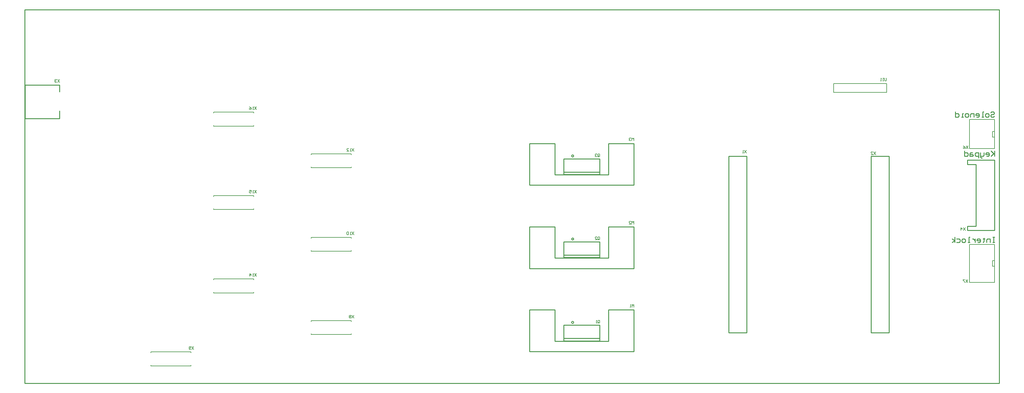
<source format=gbo>
G04 Layer_Color=32896*
%FSLAX43Y43*%
%MOMM*%
G71*
G01*
G75*
%ADD33C,0.150*%
%ADD34C,0.200*%
%ADD37C,0.254*%
D33*
X271400Y28975D02*
Y39950D01*
Y28975D02*
X278600D01*
Y39950D01*
X271400D02*
X278600D01*
X278025Y35285D02*
X278575D01*
X278025Y33660D02*
Y35285D01*
Y33660D02*
X278600D01*
X278025Y70860D02*
X278600D01*
X278025D02*
Y72485D01*
X278575D01*
X271400Y75950D02*
X278600D01*
Y67500D02*
Y75950D01*
X271400Y67500D02*
X278600D01*
X271400D02*
Y75950D01*
X164667Y65333D02*
Y65866D01*
X164800Y66000D01*
X165067D01*
X165200Y65866D01*
Y65333D01*
X165067Y65200D01*
X164800D01*
X164933Y65467D02*
X164667Y65200D01*
X164800D02*
X164667Y65333D01*
X164400Y65866D02*
X164267Y66000D01*
X164000D01*
X163867Y65866D01*
Y65733D01*
X164000Y65600D01*
X164134D01*
X164000D01*
X163867Y65467D01*
Y65333D01*
X164000Y65200D01*
X164267D01*
X164400Y65333D01*
X94525Y19563D02*
X93992Y18763D01*
Y19563D02*
X94525Y18763D01*
X93725Y19430D02*
X93592Y19563D01*
X93325D01*
X93192Y19430D01*
Y19296D01*
X93325Y19163D01*
X93192Y19030D01*
Y18896D01*
X93325Y18763D01*
X93592D01*
X93725Y18896D01*
Y19030D01*
X93592Y19163D01*
X93725Y19296D01*
Y19430D01*
X93592Y19163D02*
X93325D01*
X48525Y10546D02*
X47992Y9746D01*
Y10546D02*
X48525Y9746D01*
X47726Y9879D02*
X47592Y9746D01*
X47326D01*
X47193Y9879D01*
Y10413D01*
X47326Y10546D01*
X47592D01*
X47726Y10413D01*
Y10279D01*
X47592Y10146D01*
X47193D01*
X247581Y87824D02*
Y87158D01*
X247448Y87024D01*
X247181D01*
X247048Y87158D01*
Y87824D01*
X246781Y87024D02*
X246515D01*
X246648D01*
Y87824D01*
X246781Y87691D01*
X246115Y87024D02*
X245848D01*
X245982D01*
Y87824D01*
X246115Y87691D01*
X244460Y66600D02*
X243927Y65800D01*
Y66600D02*
X244460Y65800D01*
X243127D02*
X243660D01*
X243127Y66333D01*
Y66466D01*
X243260Y66600D01*
X243527D01*
X243660Y66466D01*
X270900Y29800D02*
X270367Y29000D01*
Y29800D02*
X270900Y29000D01*
X270100Y29800D02*
X269567D01*
Y29666D01*
X270100Y29133D01*
Y29000D01*
X271000Y68300D02*
X270467Y67500D01*
Y68300D02*
X271000Y67500D01*
X269667Y68300D02*
X269934Y68166D01*
X270200Y67900D01*
Y67633D01*
X270067Y67500D01*
X269800D01*
X269667Y67633D01*
Y67767D01*
X269800Y67900D01*
X270200D01*
X174974Y21897D02*
Y22697D01*
X174707Y22430D01*
X174440Y22697D01*
Y21897D01*
X174174D02*
X173907D01*
X174041D01*
Y22697D01*
X174174Y22563D01*
X9978Y87415D02*
X9445Y86615D01*
Y87415D02*
X9978Y86615D01*
X9178Y87281D02*
X9045Y87415D01*
X8779D01*
X8645Y87281D01*
Y87148D01*
X8779Y87015D01*
X8912D01*
X8779D01*
X8645Y86882D01*
Y86748D01*
X8779Y86615D01*
X9045D01*
X9178Y86748D01*
X270200Y44800D02*
X269667Y44000D01*
Y44800D02*
X270200Y44000D01*
X269000D02*
Y44800D01*
X269400Y44400D01*
X268867D01*
X66534Y79558D02*
X66001Y78758D01*
Y79558D02*
X66534Y78758D01*
X65734D02*
X65468D01*
X65601D01*
Y79558D01*
X65734Y79424D01*
X64535Y79558D02*
X64801Y79424D01*
X65068Y79158D01*
Y78891D01*
X64935Y78758D01*
X64668D01*
X64535Y78891D01*
Y79025D01*
X64668Y79158D01*
X65068D01*
X66534Y55555D02*
X66001Y54755D01*
Y55555D02*
X66534Y54755D01*
X65734D02*
X65468D01*
X65601D01*
Y55555D01*
X65734Y55421D01*
X64535Y55555D02*
X65068D01*
Y55155D01*
X64801Y55288D01*
X64668D01*
X64535Y55155D01*
Y54888D01*
X64668Y54755D01*
X64935D01*
X65068Y54888D01*
X66534Y31552D02*
X66001Y30752D01*
Y31552D02*
X66534Y30752D01*
X65734D02*
X65468D01*
X65601D01*
Y31552D01*
X65734Y31418D01*
X64668Y30752D02*
Y31552D01*
X65068Y31152D01*
X64535D01*
X94525Y67569D02*
X93992Y66769D01*
Y67569D02*
X94525Y66769D01*
X93725D02*
X93458D01*
X93592D01*
Y67569D01*
X93725Y67436D01*
X92525Y66769D02*
X93059D01*
X92525Y67302D01*
Y67436D01*
X92659Y67569D01*
X92925D01*
X93059Y67436D01*
X94525Y43566D02*
X93992Y42766D01*
Y43566D02*
X94525Y42766D01*
X93725D02*
X93458D01*
X93592D01*
Y43566D01*
X93725Y43433D01*
X93059D02*
X92925Y43566D01*
X92659D01*
X92525Y43433D01*
Y42899D01*
X92659Y42766D01*
X92925D01*
X93059Y42899D01*
Y43433D01*
X174966Y69792D02*
Y70592D01*
X174699Y70325D01*
X174432Y70592D01*
Y69792D01*
X174166Y70458D02*
X174033Y70592D01*
X173766D01*
X173633Y70458D01*
Y70325D01*
X173766Y70192D01*
X173899D01*
X173766D01*
X173633Y70058D01*
Y69925D01*
X173766Y69792D01*
X174033D01*
X174166Y69925D01*
X174966Y45789D02*
Y46589D01*
X174699Y46322D01*
X174432Y46589D01*
Y45789D01*
X173633D02*
X174166D01*
X173633Y46322D01*
Y46455D01*
X173766Y46589D01*
X174033D01*
X174166Y46455D01*
X164667Y17433D02*
Y17966D01*
X164800Y18100D01*
X165067D01*
X165200Y17966D01*
Y17433D01*
X165067Y17300D01*
X164800D01*
X164933Y17567D02*
X164667Y17300D01*
X164800D02*
X164667Y17433D01*
X164400Y17300D02*
X164134D01*
X164267D01*
Y18100D01*
X164400Y17966D01*
X164667Y41433D02*
Y41966D01*
X164800Y42100D01*
X165067D01*
X165200Y41966D01*
Y41433D01*
X165067Y41300D01*
X164800D01*
X164933Y41567D02*
X164667Y41300D01*
X164800D02*
X164667Y41433D01*
X163867Y41300D02*
X164400D01*
X163867Y41833D01*
Y41966D01*
X164000Y42100D01*
X164267D01*
X164400Y41966D01*
X207307Y67046D02*
X206773Y66246D01*
Y67046D02*
X207307Y66246D01*
X206507D02*
X206240D01*
X206373D01*
Y67046D01*
X206507Y66913D01*
D34*
X82250Y14000D02*
X93750D01*
Y14250D01*
X82250Y14000D02*
Y14250D01*
X93750Y17750D02*
Y18000D01*
X82250Y17750D02*
Y18000D01*
X93750D01*
X36250Y9000D02*
X47750D01*
X36250Y8750D02*
Y9000D01*
X47750Y8750D02*
Y9000D01*
X36250Y5000D02*
Y5250D01*
X47750Y5000D02*
Y5250D01*
X36250Y5000D02*
X47750D01*
X247620Y83730D02*
Y86270D01*
X232380Y83730D02*
X247620D01*
X232380D02*
Y86270D01*
X247620D01*
X54250Y78000D02*
X65750D01*
X54250Y77750D02*
Y78000D01*
X65750Y77750D02*
Y78000D01*
X54250Y74000D02*
Y74250D01*
X65750Y74000D02*
Y74250D01*
X54250Y74000D02*
X65750D01*
X54250Y54000D02*
X65750D01*
X54250Y53750D02*
Y54000D01*
X65750Y53750D02*
Y54000D01*
X54250Y50000D02*
Y50250D01*
X65750Y50000D02*
Y50250D01*
X54250Y50000D02*
X65750D01*
X54250Y30000D02*
X65750D01*
X54250Y29750D02*
Y30000D01*
X65750Y29750D02*
Y30000D01*
X54250Y26000D02*
Y26250D01*
X65750Y26000D02*
Y26250D01*
X54250Y26000D02*
X65750D01*
X82250Y66000D02*
X93750D01*
X82250Y65750D02*
Y66000D01*
X93750Y65750D02*
Y66000D01*
X82250Y62000D02*
Y62250D01*
X93750Y62000D02*
Y62250D01*
X82250Y62000D02*
X93750D01*
X82250Y42000D02*
X93750D01*
X82250Y41750D02*
Y42000D01*
X93750Y41750D02*
Y42000D01*
X82250Y38000D02*
Y38250D01*
X93750Y38000D02*
Y38250D01*
X82250Y38000D02*
X93750D01*
D37*
X157700Y65400D02*
G03*
X157700Y65400I-300J0D01*
G01*
Y17500D02*
G03*
X157700Y17500I-300J0D01*
G01*
Y41500D02*
G03*
X157700Y41500I-300J0D01*
G01*
X154800Y60800D02*
X165200D01*
X154800Y60100D02*
Y64600D01*
X165200D01*
Y60100D02*
Y64600D01*
X154800Y60100D02*
X165200D01*
X243130Y65370D02*
X248330D01*
Y14570D02*
Y65370D01*
X243130Y14570D02*
X248330D01*
X243130D02*
Y65370D01*
X145000Y9100D02*
Y21100D01*
X152300D01*
Y12100D02*
Y21100D01*
Y12100D02*
X167700D01*
Y21100D01*
X175000D01*
Y9100D02*
Y21100D01*
X145000Y9100D02*
X175000D01*
X10000Y76175D02*
Y78375D01*
Y83875D02*
Y85825D01*
X100D02*
X10000D01*
X100Y76175D02*
Y85825D01*
Y76175D02*
X10000D01*
X270800Y44000D02*
Y45200D01*
X273300D01*
Y63000D01*
X270800D02*
X273300D01*
X270800D02*
Y64200D01*
X278600D01*
X270800Y44000D02*
X278600D01*
Y64200D01*
X145000Y57000D02*
Y69000D01*
X152300D01*
Y60000D02*
Y69000D01*
Y60000D02*
X167700D01*
Y69000D01*
X175000D01*
Y57000D02*
Y69000D01*
X145000Y57000D02*
X175000D01*
X145000Y33000D02*
Y45000D01*
X152300D01*
Y36000D02*
Y45000D01*
Y36000D02*
X167700D01*
Y45000D01*
X175000D01*
Y33000D02*
Y45000D01*
X145000Y33000D02*
X175000D01*
X154800Y12900D02*
X165200D01*
X154800Y12200D02*
Y16700D01*
X165200D01*
Y12200D02*
Y16700D01*
X154800Y12200D02*
X165200D01*
X154800Y36900D02*
X165200D01*
X154800Y36200D02*
Y40700D01*
X165200D01*
Y36200D02*
Y40700D01*
X154800Y36200D02*
X165200D01*
X202230Y14570D02*
X207430D01*
X202230D02*
Y65370D01*
X207430D01*
Y14570D02*
Y65370D01*
X278600Y66824D02*
Y65300D01*
Y65808D01*
X277584Y66824D01*
X278346Y66062D01*
X277584Y65300D01*
X276315D02*
X276823D01*
X277076Y65554D01*
Y66062D01*
X276823Y66316D01*
X276315D01*
X276061Y66062D01*
Y65808D01*
X277076D01*
X275553Y66316D02*
Y65554D01*
X275299Y65300D01*
X274537D01*
Y65046D01*
X274791Y64792D01*
X275045D01*
X274537Y65300D02*
Y66316D01*
X274029Y64792D02*
Y66316D01*
X273268D01*
X273014Y66062D01*
Y65554D01*
X273268Y65300D01*
X274029D01*
X272252Y66316D02*
X271744D01*
X271490Y66062D01*
Y65300D01*
X272252D01*
X272506Y65554D01*
X272252Y65808D01*
X271490D01*
X269967Y66824D02*
Y65300D01*
X270729D01*
X270982Y65554D01*
Y66062D01*
X270729Y66316D01*
X269967D01*
X278600Y42024D02*
X278092D01*
X278346D01*
Y40500D01*
X278600D01*
X278092D01*
X277330D02*
Y41516D01*
X276569D01*
X276315Y41262D01*
Y40500D01*
X275553Y41770D02*
Y41516D01*
X275807D01*
X275299D01*
X275553D01*
Y40754D01*
X275299Y40500D01*
X273776D02*
X274283D01*
X274537Y40754D01*
Y41262D01*
X274283Y41516D01*
X273776D01*
X273522Y41262D01*
Y41008D01*
X274537D01*
X273014Y41516D02*
Y40500D01*
Y41008D01*
X272760Y41262D01*
X272506Y41516D01*
X272252D01*
X271490Y40500D02*
X270982D01*
X271236D01*
Y42024D01*
X271490D01*
X269967Y40500D02*
X269459D01*
X269205Y40754D01*
Y41262D01*
X269459Y41516D01*
X269967D01*
X270221Y41262D01*
Y40754D01*
X269967Y40500D01*
X267682Y41516D02*
X268443D01*
X268697Y41262D01*
Y40754D01*
X268443Y40500D01*
X267682D01*
X267174D02*
Y42024D01*
Y41008D02*
X266412Y41516D01*
X267174Y41008D02*
X266412Y40500D01*
X277484Y77870D02*
X277738Y78124D01*
X278246D01*
X278500Y77870D01*
Y77616D01*
X278246Y77362D01*
X277738D01*
X277484Y77108D01*
Y76854D01*
X277738Y76600D01*
X278246D01*
X278500Y76854D01*
X276723Y76600D02*
X276215D01*
X275961Y76854D01*
Y77362D01*
X276215Y77616D01*
X276723D01*
X276977Y77362D01*
Y76854D01*
X276723Y76600D01*
X275453D02*
X274945D01*
X275199D01*
Y78124D01*
X275453D01*
X273422Y76600D02*
X273929D01*
X274183Y76854D01*
Y77362D01*
X273929Y77616D01*
X273422D01*
X273168Y77362D01*
Y77108D01*
X274183D01*
X272660Y76600D02*
Y77616D01*
X271898D01*
X271644Y77362D01*
Y76600D01*
X270882D02*
X270375D01*
X270121Y76854D01*
Y77362D01*
X270375Y77616D01*
X270882D01*
X271136Y77362D01*
Y76854D01*
X270882Y76600D01*
X269613D02*
X269105D01*
X269359D01*
Y77616D01*
X269613D01*
X267328Y78124D02*
Y76600D01*
X268089D01*
X268343Y76854D01*
Y77362D01*
X268089Y77616D01*
X267328D01*
X0Y0D02*
Y107500D01*
X280000D01*
Y0D02*
Y107500D01*
X0Y0D02*
X280000D01*
M02*

</source>
